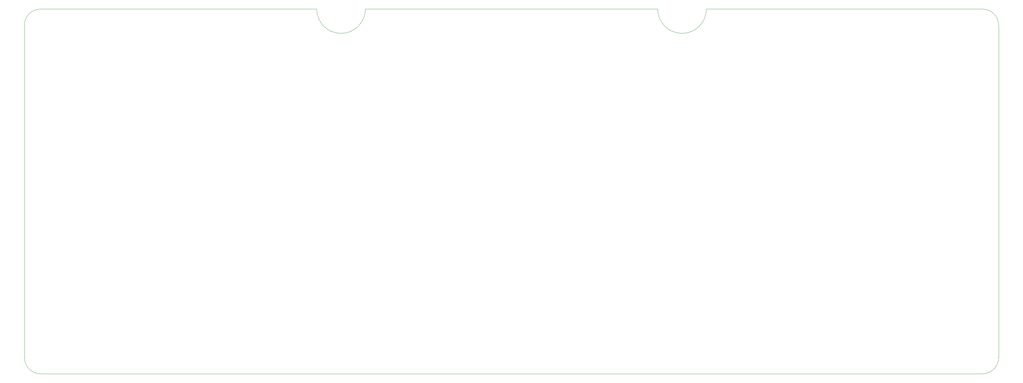
<source format=gbr>
%TF.GenerationSoftware,KiCad,Pcbnew,(6.0.7)*%
%TF.CreationDate,2022-08-27T10:35:01+05:30*%
%TF.ProjectId,unix60pcb,756e6978-3630-4706-9362-2e6b69636164,rev?*%
%TF.SameCoordinates,Original*%
%TF.FileFunction,Profile,NP*%
%FSLAX46Y46*%
G04 Gerber Fmt 4.6, Leading zero omitted, Abs format (unit mm)*
G04 Created by KiCad (PCBNEW (6.0.7)) date 2022-08-27 10:35:01*
%MOMM*%
%LPD*%
G01*
G04 APERTURE LIST*
%TA.AperFunction,Profile*%
%ADD10C,0.050000*%
%TD*%
G04 APERTURE END LIST*
D10*
X97631250Y-2381250D02*
X16668750Y-2381250D01*
X211931250Y-2381250D02*
X292893750Y-2381250D01*
X111918750Y-2381250D02*
X197643750Y-2381250D01*
X97631250Y-2381250D02*
G75*
G03*
X111918750Y-2381250I7143750J0D01*
G01*
X197643750Y-2381250D02*
G75*
G03*
X211931250Y-2381250I7143750J0D01*
G01*
X16668750Y-2381250D02*
G75*
G03*
X11906250Y-7143750I0J-4762500D01*
G01*
X297656250Y-7143750D02*
G75*
G03*
X292893750Y-2381250I-4762500J0D01*
G01*
X11906250Y-7143750D02*
X11906250Y-104775000D01*
X297656250Y-7143750D02*
X297656250Y-104775000D01*
X292893750Y-109537500D02*
X16668750Y-109537500D01*
X11906250Y-104775000D02*
G75*
G03*
X16668750Y-109537500I4762500J0D01*
G01*
X292893750Y-109537500D02*
G75*
G03*
X297656250Y-104775000I0J4762500D01*
G01*
M02*

</source>
